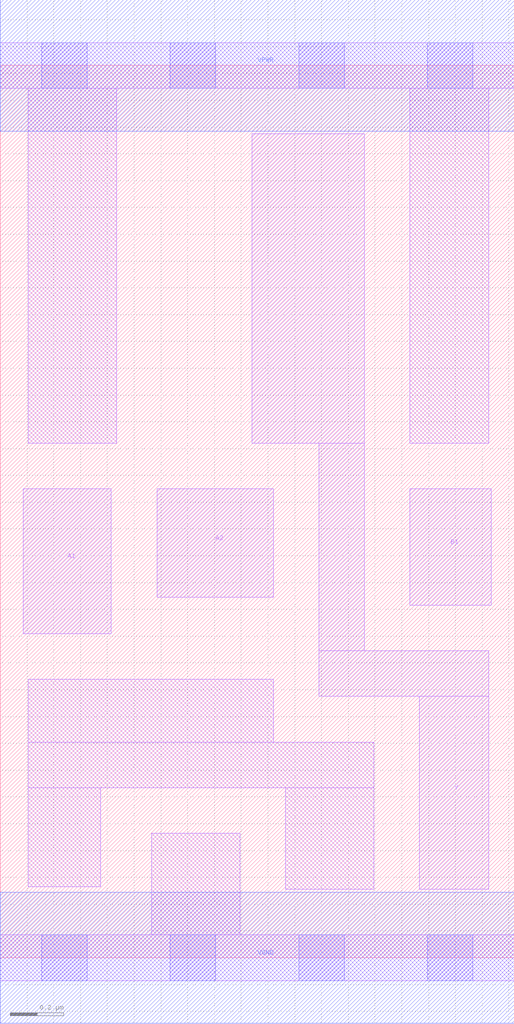
<source format=lef>
# Copyright 2020 The SkyWater PDK Authors
#
# Licensed under the Apache License, Version 2.0 (the "License");
# you may not use this file except in compliance with the License.
# You may obtain a copy of the License at
#
#     https://www.apache.org/licenses/LICENSE-2.0
#
# Unless required by applicable law or agreed to in writing, software
# distributed under the License is distributed on an "AS IS" BASIS,
# WITHOUT WARRANTIES OR CONDITIONS OF ANY KIND, either express or implied.
# See the License for the specific language governing permissions and
# limitations under the License.
#
# SPDX-License-Identifier: Apache-2.0

VERSION 5.7 ;
  NAMESCASESENSITIVE ON ;
  NOWIREEXTENSIONATPIN ON ;
  DIVIDERCHAR "/" ;
  BUSBITCHARS "[]" ;
UNITS
  DATABASE MICRONS 200 ;
END UNITS
MACRO sky130_fd_sc_lp__o21ai_1
  CLASS CORE ;
  SOURCE USER ;
  FOREIGN sky130_fd_sc_lp__o21ai_1 ;
  ORIGIN  0.000000  0.000000 ;
  SIZE  1.920000 BY  3.330000 ;
  SYMMETRY X Y R90 ;
  SITE unit ;
  PIN A1
    ANTENNAGATEAREA  0.315000 ;
    DIRECTION INPUT ;
    USE SIGNAL ;
    PORT
      LAYER li1 ;
        RECT 0.085000 1.210000 0.415000 1.750000 ;
    END
  END A1
  PIN A2
    ANTENNAGATEAREA  0.315000 ;
    DIRECTION INPUT ;
    USE SIGNAL ;
    PORT
      LAYER li1 ;
        RECT 0.585000 1.345000 1.020000 1.750000 ;
    END
  END A2
  PIN B1
    ANTENNAGATEAREA  0.315000 ;
    DIRECTION INPUT ;
    USE SIGNAL ;
    PORT
      LAYER li1 ;
        RECT 1.530000 1.315000 1.835000 1.750000 ;
    END
  END B1
  PIN Y
    ANTENNADIFFAREA  0.789600 ;
    DIRECTION OUTPUT ;
    USE SIGNAL ;
    PORT
      LAYER li1 ;
        RECT 0.940000 1.920000 1.360000 3.075000 ;
        RECT 1.190000 0.975000 1.825000 1.145000 ;
        RECT 1.190000 1.145000 1.360000 1.920000 ;
        RECT 1.565000 0.255000 1.825000 0.975000 ;
    END
  END Y
  PIN VGND
    DIRECTION INOUT ;
    USE GROUND ;
    PORT
      LAYER met1 ;
        RECT 0.000000 -0.245000 1.920000 0.245000 ;
    END
  END VGND
  PIN VPWR
    DIRECTION INOUT ;
    USE POWER ;
    PORT
      LAYER met1 ;
        RECT 0.000000 3.085000 1.920000 3.575000 ;
    END
  END VPWR
  OBS
    LAYER li1 ;
      RECT 0.000000 -0.085000 1.920000 0.085000 ;
      RECT 0.000000  3.245000 1.920000 3.415000 ;
      RECT 0.105000  0.265000 0.375000 0.635000 ;
      RECT 0.105000  0.635000 1.395000 0.805000 ;
      RECT 0.105000  0.805000 1.020000 1.040000 ;
      RECT 0.105000  1.920000 0.435000 3.245000 ;
      RECT 0.565000  0.085000 0.895000 0.465000 ;
      RECT 1.065000  0.255000 1.395000 0.635000 ;
      RECT 1.530000  1.920000 1.825000 3.245000 ;
    LAYER mcon ;
      RECT 0.155000 -0.085000 0.325000 0.085000 ;
      RECT 0.155000  3.245000 0.325000 3.415000 ;
      RECT 0.635000 -0.085000 0.805000 0.085000 ;
      RECT 0.635000  3.245000 0.805000 3.415000 ;
      RECT 1.115000 -0.085000 1.285000 0.085000 ;
      RECT 1.115000  3.245000 1.285000 3.415000 ;
      RECT 1.595000 -0.085000 1.765000 0.085000 ;
      RECT 1.595000  3.245000 1.765000 3.415000 ;
  END
END sky130_fd_sc_lp__o21ai_1
END LIBRARY

</source>
